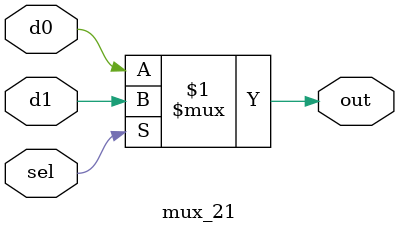
<source format=v>
module mux_21(input sel, d0, d1, output out);

	assign out = sel ? d1 : d0;

endmodule

</source>
